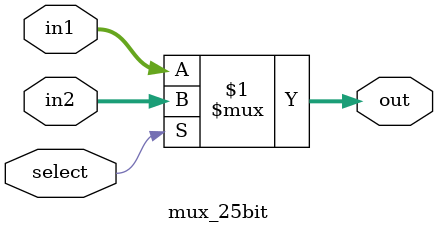
<source format=v>
module mux_8bit(in1, in2, select, out);

input	[7:0]	in1,in2;
input			select;
output	[7:0]	out;

assign out = select?in2: in1;

endmodule

///////////////////////////////////////////////////

module mux_25bit(in1, in2, select, out);

input	[24:0]	in1,in2;
input			select;
output	[24:0]	out;

assign out = select?in2: in1;

endmodule


</source>
